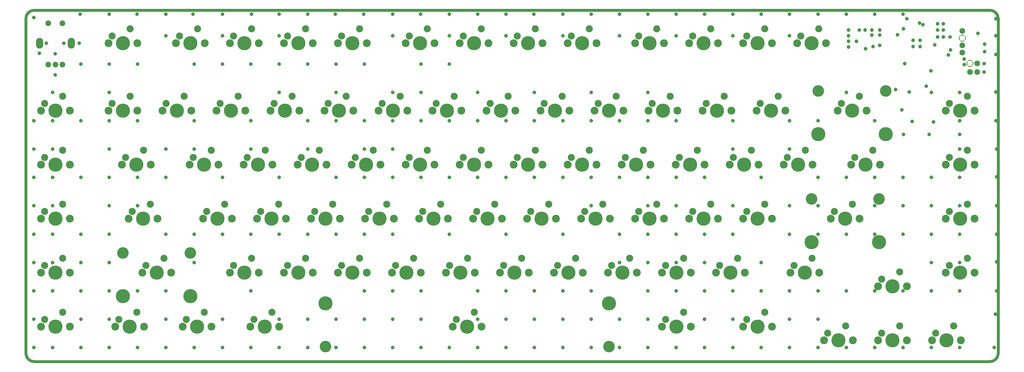
<source format=gbr>
G04*
G04 #@! TF.GenerationSoftware,Altium Limited,Altium Designer,25.6.2 (33)*
G04*
G04 Layer_Physical_Order=2*
G04 Layer_Color=32768*
%FSLAX25Y25*%
%MOIN*%
G70*
G04*
G04 #@! TF.SameCoordinates,382BDFDD-3B37-4485-9E84-E16E40AE936B*
G04*
G04*
G04 #@! TF.FilePolarity,Negative*
G04*
G01*
G75*
%ADD28C,0.04000*%
%ADD29C,0.16000*%
%ADD30C,0.10890*%
%ADD31C,0.09787*%
%ADD32C,0.19700*%
G04:AMPARAMS|DCode=33|XSize=99.37mil|YSize=99.37mil|CornerRadius=0mil|HoleSize=0mil|Usage=FLASHONLY|Rotation=0.000|XOffset=0mil|YOffset=0mil|HoleType=Round|Shape=Relief|Width=10mil|Gap=10mil|Entries=4|*
%AMTHD33*
7,0,0,0.09937,0.07937,0.01000,45*
%
%ADD33THD33*%
%ADD34C,0.07937*%
%ADD35O,0.09906X0.15024*%
%ADD36C,0.05181*%
D28*
X43307Y94488D02*
G03*
X55118Y82677I11811J0D01*
G01*
X1381890D02*
G03*
X1393701Y94488I0J11811D01*
G01*
Y559055D02*
G03*
X1381890Y570866I-11811J0D01*
G01*
X55118Y570866D02*
G03*
X43307Y559055I0J-11811D01*
G01*
X55118Y82677D02*
X1381890D01*
X1393701Y94488D02*
Y559055D01*
X55118Y570866D02*
X1381890D01*
X43307Y94488D02*
X43307Y559055D01*
D29*
X459400Y103750D02*
D03*
X853100D02*
D03*
X1143750Y458750D02*
D03*
X1237500D02*
D03*
X1134375Y308750D02*
D03*
X1228125D02*
D03*
X271875Y233750D02*
D03*
X178125D02*
D03*
D30*
X676250Y131250D02*
D03*
X636250D02*
D03*
X1341875Y112500D02*
D03*
X1301875D02*
D03*
X1210625Y431250D02*
D03*
X1170625D02*
D03*
X1161250Y281250D02*
D03*
X1201250D02*
D03*
X245000Y206250D02*
D03*
X205000D02*
D03*
X198125Y525000D02*
D03*
X158125D02*
D03*
X251875D02*
D03*
X291875D02*
D03*
X366875D02*
D03*
X326875D02*
D03*
X401875D02*
D03*
X441875D02*
D03*
X516875D02*
D03*
X476875D02*
D03*
X570625D02*
D03*
X610625D02*
D03*
X685625D02*
D03*
X645625D02*
D03*
X720625D02*
D03*
X760625D02*
D03*
X835625D02*
D03*
X795625D02*
D03*
X889375D02*
D03*
X929375D02*
D03*
X1004375D02*
D03*
X964375D02*
D03*
X1039375D02*
D03*
X1079375D02*
D03*
X1154375D02*
D03*
X1114375D02*
D03*
X64375Y431250D02*
D03*
X104375D02*
D03*
X198125D02*
D03*
X158125D02*
D03*
X233125D02*
D03*
X273125D02*
D03*
X348125D02*
D03*
X308125D02*
D03*
X383125D02*
D03*
X423125D02*
D03*
X498125D02*
D03*
X458125D02*
D03*
X533125D02*
D03*
X573125D02*
D03*
X648125D02*
D03*
X608125D02*
D03*
X683125D02*
D03*
X723125D02*
D03*
X798125D02*
D03*
X758125D02*
D03*
X833125D02*
D03*
X873125D02*
D03*
X948125D02*
D03*
X908125D02*
D03*
X983125D02*
D03*
X1023125D02*
D03*
X1098125D02*
D03*
X1058125D02*
D03*
X1320625D02*
D03*
X1360625D02*
D03*
X104375Y356250D02*
D03*
X64375D02*
D03*
X270625D02*
D03*
X310625D02*
D03*
X385625D02*
D03*
X345625D02*
D03*
X420625D02*
D03*
X460625D02*
D03*
X535625D02*
D03*
X495625D02*
D03*
X570625D02*
D03*
X610625D02*
D03*
X685625D02*
D03*
X645625D02*
D03*
X720625D02*
D03*
X760625D02*
D03*
X835625D02*
D03*
X795625D02*
D03*
X870625D02*
D03*
X910625D02*
D03*
X985625D02*
D03*
X945625D02*
D03*
X1020625D02*
D03*
X1060625D02*
D03*
X1135625D02*
D03*
X1095625D02*
D03*
X1320625D02*
D03*
X1360625D02*
D03*
X104375Y281250D02*
D03*
X64375D02*
D03*
X289375D02*
D03*
X329375D02*
D03*
X404375D02*
D03*
X364375D02*
D03*
X439375D02*
D03*
X479375D02*
D03*
X554375D02*
D03*
X514375D02*
D03*
X589375D02*
D03*
X629375D02*
D03*
X704375D02*
D03*
X664375D02*
D03*
X739375D02*
D03*
X779375D02*
D03*
X854375D02*
D03*
X814375D02*
D03*
X889375D02*
D03*
X929375D02*
D03*
X1004375D02*
D03*
X964375D02*
D03*
X1039374Y281250D02*
D03*
X1079374D02*
D03*
X1360625Y281250D02*
D03*
X1320625D02*
D03*
X64375Y206250D02*
D03*
X104375D02*
D03*
X366875D02*
D03*
X326875D02*
D03*
X401875D02*
D03*
X441875D02*
D03*
X516875D02*
D03*
X476875D02*
D03*
X551875D02*
D03*
X591875D02*
D03*
X666875D02*
D03*
X626875D02*
D03*
X701875D02*
D03*
X741875D02*
D03*
X816875D02*
D03*
X776875D02*
D03*
X851875D02*
D03*
X891875D02*
D03*
X966875D02*
D03*
X926875D02*
D03*
X1001875D02*
D03*
X1041875D02*
D03*
X1266875Y187500D02*
D03*
X1226875D02*
D03*
X1320625Y206250D02*
D03*
X1360625D02*
D03*
X104375Y131250D02*
D03*
X64375D02*
D03*
X1151875Y112500D02*
D03*
X1191875D02*
D03*
X1266875D02*
D03*
X1226875D02*
D03*
X186250Y281250D02*
D03*
X226250D02*
D03*
X1145000Y206250D02*
D03*
X1105000D02*
D03*
X207500Y131250D02*
D03*
X167500D02*
D03*
X261250D02*
D03*
X301250D02*
D03*
X395000D02*
D03*
X355000D02*
D03*
X176875Y356250D02*
D03*
X216875D02*
D03*
X1229375D02*
D03*
X1189375D02*
D03*
X926875Y131250D02*
D03*
X966875D02*
D03*
X1079375D02*
D03*
X1039375D02*
D03*
D31*
X641250Y141250D02*
D03*
X666250Y151250D02*
D03*
X1331875Y132500D02*
D03*
X1306875Y122500D02*
D03*
X1200625Y451250D02*
D03*
X1175625Y441250D02*
D03*
X1191250Y301250D02*
D03*
X1166250Y291250D02*
D03*
X210000Y216250D02*
D03*
X235000Y226250D02*
D03*
X188125Y545000D02*
D03*
X163125Y535000D02*
D03*
X256875D02*
D03*
X281875Y545000D02*
D03*
X356875D02*
D03*
X331875Y535000D02*
D03*
X406875D02*
D03*
X431875Y545000D02*
D03*
X506875D02*
D03*
X481875Y535000D02*
D03*
X575625D02*
D03*
X600625Y545000D02*
D03*
X675625D02*
D03*
X650625Y535000D02*
D03*
X725625D02*
D03*
X750625Y545000D02*
D03*
X825625D02*
D03*
X800625Y535000D02*
D03*
X894375D02*
D03*
X919375Y545000D02*
D03*
X994375D02*
D03*
X969375Y535000D02*
D03*
X1044375D02*
D03*
X1069375Y545000D02*
D03*
X1144375D02*
D03*
X1119375Y535000D02*
D03*
X69375Y441250D02*
D03*
X94375Y451250D02*
D03*
X188125D02*
D03*
X163125Y441250D02*
D03*
X238125D02*
D03*
X263125Y451250D02*
D03*
X338125D02*
D03*
X313125Y441250D02*
D03*
X388125D02*
D03*
X413125Y451250D02*
D03*
X488125D02*
D03*
X463125Y441250D02*
D03*
X538125D02*
D03*
X563125Y451250D02*
D03*
X638125D02*
D03*
X613125Y441250D02*
D03*
X688125D02*
D03*
X713125Y451250D02*
D03*
X788125D02*
D03*
X763125Y441250D02*
D03*
X838125D02*
D03*
X863125Y451250D02*
D03*
X938125D02*
D03*
X913125Y441250D02*
D03*
X988125D02*
D03*
X1013125Y451250D02*
D03*
X1088125D02*
D03*
X1063125Y441250D02*
D03*
X1325625D02*
D03*
X1350625Y451250D02*
D03*
X94375Y376250D02*
D03*
X69375Y366250D02*
D03*
X275625D02*
D03*
X300625Y376250D02*
D03*
X375625D02*
D03*
X350625Y366250D02*
D03*
X425625D02*
D03*
X450625Y376250D02*
D03*
X525625D02*
D03*
X500625Y366250D02*
D03*
X575625D02*
D03*
X600625Y376250D02*
D03*
X675625D02*
D03*
X650625Y366250D02*
D03*
X725625D02*
D03*
X750625Y376250D02*
D03*
X825625D02*
D03*
X800625Y366250D02*
D03*
X875625D02*
D03*
X900625Y376250D02*
D03*
X975625D02*
D03*
X950625Y366250D02*
D03*
X1025625D02*
D03*
X1050625Y376250D02*
D03*
X1125625D02*
D03*
X1100625Y366250D02*
D03*
X1325625D02*
D03*
X1350625Y376250D02*
D03*
X94375Y301250D02*
D03*
X69375Y291250D02*
D03*
X294375D02*
D03*
X319375Y301250D02*
D03*
X394375D02*
D03*
X369375Y291250D02*
D03*
X444375D02*
D03*
X469375Y301250D02*
D03*
X544375D02*
D03*
X519375Y291250D02*
D03*
X594375D02*
D03*
X619375Y301250D02*
D03*
X694375D02*
D03*
X669375Y291250D02*
D03*
X744375D02*
D03*
X769375Y301250D02*
D03*
X844375D02*
D03*
X819375Y291250D02*
D03*
X894375D02*
D03*
X919375Y301250D02*
D03*
X994375D02*
D03*
X969375Y291250D02*
D03*
X1044374Y291250D02*
D03*
X1069374Y301250D02*
D03*
X1350625Y301250D02*
D03*
X1325625Y291250D02*
D03*
X69375Y216250D02*
D03*
X94375Y226250D02*
D03*
X356875D02*
D03*
X331875Y216250D02*
D03*
X406875D02*
D03*
X431875Y226250D02*
D03*
X506875D02*
D03*
X481875Y216250D02*
D03*
X556875D02*
D03*
X581875Y226250D02*
D03*
X656875D02*
D03*
X631875Y216250D02*
D03*
X706875D02*
D03*
X731875Y226250D02*
D03*
X806875D02*
D03*
X781875Y216250D02*
D03*
X856875D02*
D03*
X881875Y226250D02*
D03*
X956875D02*
D03*
X931875Y216250D02*
D03*
X1006875D02*
D03*
X1031875Y226250D02*
D03*
X1256875Y207500D02*
D03*
X1231875Y197500D02*
D03*
X1325625Y216250D02*
D03*
X1350625Y226250D02*
D03*
X94375Y151250D02*
D03*
X69375Y141250D02*
D03*
X1156875Y122500D02*
D03*
X1181875Y132500D02*
D03*
X1256875D02*
D03*
X1231875Y122500D02*
D03*
X216250Y301250D02*
D03*
X191250Y291250D02*
D03*
X1110000Y216250D02*
D03*
X1135000Y226250D02*
D03*
X172500Y141250D02*
D03*
X197500Y151250D02*
D03*
X291250D02*
D03*
X266250Y141250D02*
D03*
X360000D02*
D03*
X385000Y151250D02*
D03*
X206875Y376250D02*
D03*
X181875Y366250D02*
D03*
X1194375D02*
D03*
X1219375Y376250D02*
D03*
X956875Y151250D02*
D03*
X931875Y141250D02*
D03*
X1044375D02*
D03*
X1069375Y151250D02*
D03*
D32*
X656250Y131250D02*
D03*
X459400Y163750D02*
D03*
X853100D02*
D03*
X1321875Y112500D02*
D03*
X1143750Y398750D02*
D03*
X1237500D02*
D03*
X1190625Y431250D02*
D03*
X1134375Y248750D02*
D03*
X1181250Y281250D02*
D03*
X1228125Y248750D02*
D03*
X271875Y173750D02*
D03*
X225000Y206250D02*
D03*
X178125Y173750D02*
D03*
Y525000D02*
D03*
X271875D02*
D03*
X346875D02*
D03*
X421875D02*
D03*
X496875D02*
D03*
X590625D02*
D03*
X665625D02*
D03*
X740625D02*
D03*
X815625D02*
D03*
X909375D02*
D03*
X984375D02*
D03*
X1059375D02*
D03*
X1134375D02*
D03*
X84375Y431250D02*
D03*
X178125D02*
D03*
X253125D02*
D03*
X328125D02*
D03*
X403125D02*
D03*
X478125D02*
D03*
X553125D02*
D03*
X628125D02*
D03*
X703125D02*
D03*
X778125D02*
D03*
X853125D02*
D03*
X928125D02*
D03*
X1003125D02*
D03*
X1078125D02*
D03*
X1340625D02*
D03*
X84375Y356250D02*
D03*
X290625D02*
D03*
X365625D02*
D03*
X440625D02*
D03*
X515625D02*
D03*
X590625D02*
D03*
X665625D02*
D03*
X740625D02*
D03*
X815625D02*
D03*
X890625D02*
D03*
X965625D02*
D03*
X1040625D02*
D03*
X1115625D02*
D03*
X1340625D02*
D03*
X84375Y281250D02*
D03*
X309375D02*
D03*
X384375D02*
D03*
X459375D02*
D03*
X534375D02*
D03*
X609375D02*
D03*
X684375D02*
D03*
X759375D02*
D03*
X834375D02*
D03*
X909375D02*
D03*
X984375D02*
D03*
X1059374Y281250D02*
D03*
X1340625Y281250D02*
D03*
X84375Y206250D02*
D03*
X346875D02*
D03*
X421875D02*
D03*
X496875D02*
D03*
X571875D02*
D03*
X646875D02*
D03*
X721875D02*
D03*
X796875D02*
D03*
X871875D02*
D03*
X946875D02*
D03*
X1021875D02*
D03*
X1246875Y187500D02*
D03*
X1340625Y206250D02*
D03*
X84375Y131250D02*
D03*
X1171875Y112500D02*
D03*
X1246875D02*
D03*
X206250Y281250D02*
D03*
X1125000Y206250D02*
D03*
X187500Y131250D02*
D03*
X281250D02*
D03*
X375000D02*
D03*
X196875Y356250D02*
D03*
X1209375D02*
D03*
X946875Y131250D02*
D03*
X1059375D02*
D03*
D33*
X1343700Y532159D02*
D03*
X1354374Y496875D02*
D03*
D34*
X1343700Y542159D02*
D03*
Y522159D02*
D03*
Y512159D02*
D03*
X74533Y552559D02*
D03*
X94217D02*
D03*
X84375Y495472D02*
D03*
X94217D02*
D03*
X74533D02*
D03*
X1364374Y485156D02*
D03*
X1354374D02*
D03*
X1364374Y496875D02*
D03*
D35*
X62328Y525000D02*
D03*
X106422D02*
D03*
D36*
X80315Y220472D02*
D03*
X1346457Y495276D02*
D03*
X1262205Y544882D02*
D03*
X54331Y102362D02*
D03*
Y141732D02*
D03*
Y181102D02*
D03*
Y220472D02*
D03*
Y259842D02*
D03*
Y299213D02*
D03*
Y338583D02*
D03*
Y377953D02*
D03*
Y417323D02*
D03*
Y560630D02*
D03*
X1261417Y565354D02*
D03*
X1222047D02*
D03*
X1182677D02*
D03*
X1143307D02*
D03*
X1103937D02*
D03*
X1064567D02*
D03*
X1025197D02*
D03*
X985827D02*
D03*
X946457D02*
D03*
X907087D02*
D03*
X867717D02*
D03*
X828347D02*
D03*
X788976D02*
D03*
X748819D02*
D03*
X710236D02*
D03*
X670866D02*
D03*
X631496D02*
D03*
X591339D02*
D03*
X552756D02*
D03*
X512598D02*
D03*
X473228D02*
D03*
X434646D02*
D03*
X395276D02*
D03*
X356693D02*
D03*
X316535D02*
D03*
X275590D02*
D03*
X237795D02*
D03*
X197638D02*
D03*
X159055D02*
D03*
X118898D02*
D03*
X84252Y481102D02*
D03*
Y510236D02*
D03*
X62205Y511024D02*
D03*
X117323Y525197D02*
D03*
X96063D02*
D03*
X71653D02*
D03*
X1388189Y102362D02*
D03*
X1389764Y148819D02*
D03*
X1391339Y221260D02*
D03*
Y181102D02*
D03*
Y259842D02*
D03*
Y299213D02*
D03*
Y339370D02*
D03*
Y377953D02*
D03*
X1390551Y417323D02*
D03*
Y457480D02*
D03*
Y509449D02*
D03*
Y535433D02*
D03*
Y559055D02*
D03*
X1275591Y520472D02*
D03*
X1285039D02*
D03*
Y529134D02*
D03*
X1275591D02*
D03*
X1262205Y398425D02*
D03*
X1297638D02*
D03*
X1340158D02*
D03*
X1209449Y517323D02*
D03*
X1229134Y522047D02*
D03*
X1196850Y527559D02*
D03*
X1185827Y519685D02*
D03*
Y527559D02*
D03*
Y535433D02*
D03*
Y543307D02*
D03*
X1200787D02*
D03*
X1208661D02*
D03*
X1218110D02*
D03*
Y536221D02*
D03*
X1229134D02*
D03*
Y543307D02*
D03*
X1326772Y533858D02*
D03*
X1303937Y415748D02*
D03*
X1317323Y533858D02*
D03*
X1309449D02*
D03*
X1317323Y543307D02*
D03*
X1309449D02*
D03*
X1317323Y551968D02*
D03*
X1309449D02*
D03*
X1324409Y508661D02*
D03*
X1327559Y515748D02*
D03*
X1374803Y523622D02*
D03*
Y513386D02*
D03*
X1374016Y496850D02*
D03*
Y485039D02*
D03*
X1346457Y503150D02*
D03*
X1270079Y457480D02*
D03*
X1259842Y432283D02*
D03*
X1274016Y416535D02*
D03*
X1340158Y456693D02*
D03*
Y417323D02*
D03*
Y377953D02*
D03*
Y338583D02*
D03*
Y299213D02*
D03*
Y259842D02*
D03*
Y220472D02*
D03*
Y181102D02*
D03*
Y102362D02*
D03*
X1300787Y456693D02*
D03*
Y338583D02*
D03*
Y299213D02*
D03*
Y259842D02*
D03*
Y220472D02*
D03*
Y181102D02*
D03*
Y102362D02*
D03*
X1261417Y338583D02*
D03*
Y299213D02*
D03*
Y259842D02*
D03*
Y181102D02*
D03*
Y102362D02*
D03*
X1222047Y417323D02*
D03*
Y338583D02*
D03*
Y299213D02*
D03*
Y259842D02*
D03*
Y181102D02*
D03*
Y102362D02*
D03*
X1182677Y456693D02*
D03*
Y338583D02*
D03*
Y259842D02*
D03*
Y181102D02*
D03*
Y102362D02*
D03*
X1143307Y417323D02*
D03*
Y338583D02*
D03*
Y299213D02*
D03*
Y259842D02*
D03*
Y181102D02*
D03*
Y141732D02*
D03*
Y102362D02*
D03*
X1103937Y535433D02*
D03*
Y417323D02*
D03*
Y377953D02*
D03*
Y299213D02*
D03*
Y259842D02*
D03*
Y181102D02*
D03*
Y141732D02*
D03*
Y102362D02*
D03*
X1064567Y338583D02*
D03*
Y220472D02*
D03*
Y181102D02*
D03*
Y102362D02*
D03*
X1025197Y535433D02*
D03*
Y417323D02*
D03*
Y377953D02*
D03*
Y299213D02*
D03*
Y259842D02*
D03*
Y181102D02*
D03*
Y141732D02*
D03*
Y102362D02*
D03*
X985827Y338583D02*
D03*
Y259842D02*
D03*
Y220472D02*
D03*
Y181102D02*
D03*
Y141732D02*
D03*
Y102362D02*
D03*
X946457Y535433D02*
D03*
Y417323D02*
D03*
Y338583D02*
D03*
Y299213D02*
D03*
Y259842D02*
D03*
Y220472D02*
D03*
Y181102D02*
D03*
Y102362D02*
D03*
X907087Y456693D02*
D03*
Y417323D02*
D03*
Y338583D02*
D03*
Y299213D02*
D03*
Y259842D02*
D03*
Y220472D02*
D03*
Y181102D02*
D03*
Y141732D02*
D03*
Y102362D02*
D03*
X867717Y535433D02*
D03*
Y417323D02*
D03*
Y338583D02*
D03*
Y259842D02*
D03*
Y220472D02*
D03*
Y141732D02*
D03*
Y102362D02*
D03*
X828347Y456693D02*
D03*
Y417323D02*
D03*
Y338583D02*
D03*
Y299213D02*
D03*
Y181102D02*
D03*
Y141732D02*
D03*
Y102362D02*
D03*
X788976Y535433D02*
D03*
Y417323D02*
D03*
Y338583D02*
D03*
Y259842D02*
D03*
Y181102D02*
D03*
Y141732D02*
D03*
Y102362D02*
D03*
X749606Y456693D02*
D03*
Y417323D02*
D03*
Y338583D02*
D03*
Y181102D02*
D03*
Y141732D02*
D03*
Y102362D02*
D03*
X710236Y535433D02*
D03*
Y417323D02*
D03*
Y338583D02*
D03*
Y259842D02*
D03*
Y181102D02*
D03*
Y141732D02*
D03*
Y102362D02*
D03*
X670866Y456693D02*
D03*
Y417323D02*
D03*
Y338583D02*
D03*
Y181102D02*
D03*
Y141732D02*
D03*
Y102362D02*
D03*
X631496Y535433D02*
D03*
Y496063D02*
D03*
Y417323D02*
D03*
Y338583D02*
D03*
Y259842D02*
D03*
Y102362D02*
D03*
X592126Y496063D02*
D03*
Y456693D02*
D03*
Y417323D02*
D03*
Y338583D02*
D03*
Y181102D02*
D03*
Y141732D02*
D03*
Y102362D02*
D03*
X552756Y535433D02*
D03*
Y456693D02*
D03*
Y417323D02*
D03*
Y377953D02*
D03*
Y338583D02*
D03*
Y259842D02*
D03*
Y181102D02*
D03*
Y141732D02*
D03*
Y102362D02*
D03*
X513386Y496063D02*
D03*
Y417323D02*
D03*
Y377953D02*
D03*
Y338583D02*
D03*
Y259842D02*
D03*
Y181102D02*
D03*
Y141732D02*
D03*
Y102362D02*
D03*
X474016Y496063D02*
D03*
Y456693D02*
D03*
Y417323D02*
D03*
Y338583D02*
D03*
Y259842D02*
D03*
Y141732D02*
D03*
Y102362D02*
D03*
X434646Y496063D02*
D03*
Y417323D02*
D03*
Y377953D02*
D03*
Y259842D02*
D03*
Y141732D02*
D03*
Y102362D02*
D03*
X395276Y535433D02*
D03*
Y496063D02*
D03*
Y456693D02*
D03*
Y338583D02*
D03*
Y259842D02*
D03*
Y141732D02*
D03*
Y102362D02*
D03*
X355906Y496063D02*
D03*
Y417323D02*
D03*
Y377953D02*
D03*
Y259842D02*
D03*
Y181102D02*
D03*
Y102362D02*
D03*
X316535Y535433D02*
D03*
Y496063D02*
D03*
Y338583D02*
D03*
Y259842D02*
D03*
Y141732D02*
D03*
Y102362D02*
D03*
X277165Y496063D02*
D03*
Y417323D02*
D03*
Y377953D02*
D03*
Y259842D02*
D03*
Y220472D02*
D03*
Y102362D02*
D03*
X237795Y535433D02*
D03*
Y377953D02*
D03*
Y338583D02*
D03*
Y259842D02*
D03*
Y181102D02*
D03*
Y141732D02*
D03*
Y102362D02*
D03*
X198425Y496063D02*
D03*
Y417323D02*
D03*
Y338583D02*
D03*
Y299213D02*
D03*
Y181102D02*
D03*
Y102362D02*
D03*
X159055Y496063D02*
D03*
Y456693D02*
D03*
Y417323D02*
D03*
Y377953D02*
D03*
Y338583D02*
D03*
Y299213D02*
D03*
Y259842D02*
D03*
Y220472D02*
D03*
Y181102D02*
D03*
Y141732D02*
D03*
Y102362D02*
D03*
X119685Y496063D02*
D03*
Y417323D02*
D03*
Y338583D02*
D03*
Y259842D02*
D03*
Y220472D02*
D03*
Y181102D02*
D03*
Y141732D02*
D03*
Y102362D02*
D03*
X80315Y456693D02*
D03*
Y417323D02*
D03*
Y377953D02*
D03*
Y338583D02*
D03*
Y299213D02*
D03*
Y259842D02*
D03*
Y181102D02*
D03*
Y102362D02*
D03*
X1219685Y520472D02*
D03*
X1263780Y496850D02*
D03*
X1365354Y538583D02*
D03*
X1284374Y553125D02*
D03*
X1266929Y559055D02*
D03*
X1251181Y460630D02*
D03*
X1293701Y465354D02*
D03*
X1300000Y486614D02*
D03*
X1253905Y536718D02*
D03*
X1289061Y550781D02*
D03*
X1305468Y522656D02*
D03*
M02*

</source>
